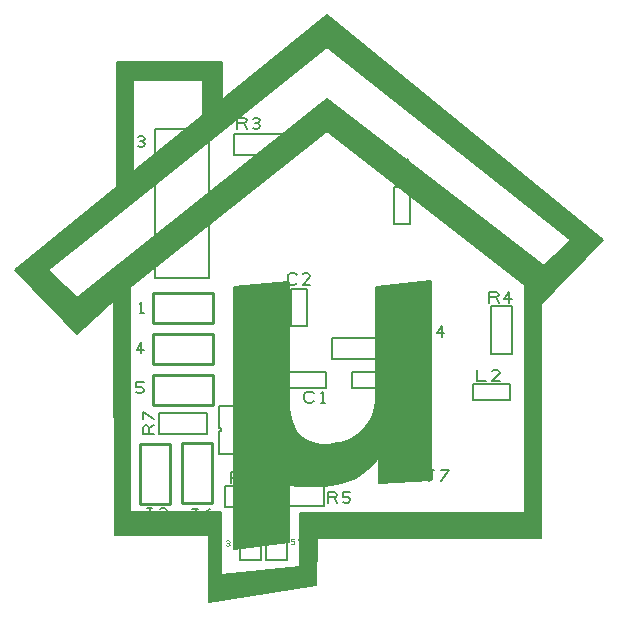
<source format=gbr>
%FSLAX23Y23*%
%MOIN*%
G04 EasyPC Gerber Version 17.0 Build 3379 *
%ADD11C,0.00100*%
%ADD10C,0.00500*%
%ADD12C,0.01000*%
X0Y0D02*
D02*
D10*
X354Y702D02*
X357Y699D01*
X363Y696*
X370Y699*
X373Y702*
Y733*
X379*
X373D02*
X360D01*
X404Y699D02*
X410Y696D01*
X420*
X426Y699*
X429Y705*
Y708*
X426Y715*
X420Y718*
X404*
Y733*
X429*
X356Y836D02*
X359Y833D01*
X365Y830*
X372Y833*
X375Y836*
Y867*
X381*
X375D02*
X362D01*
X422Y830D02*
Y867D01*
X406Y842*
X431*
X358Y1523D02*
X361Y1520D01*
X367Y1517*
X374Y1520*
X377Y1523*
Y1554*
X383*
X377D02*
X364D01*
X411Y1520D02*
X417Y1517D01*
X424*
X430Y1520*
X433Y1526*
X430Y1532*
X424Y1536*
X417*
X424D02*
X430Y1539D01*
X433Y1545*
X430Y1551*
X424Y1554*
X417*
X411Y1551*
X360Y970D02*
X363Y967D01*
X369Y964*
X376Y967*
X379Y970*
Y1001*
X385*
X379D02*
X366D01*
X416Y964D02*
X429D01*
X422D02*
Y1001D01*
X416Y995*
X433Y283D02*
X436Y280D01*
X442Y277*
X448Y280*
X452Y283*
Y314*
X458*
X452D02*
X439D01*
X508Y277D02*
X483D01*
X505Y299*
X508Y305*
X505Y311*
X498Y314*
X489*
X483Y311*
X465Y559D02*
X427D01*
Y581*
X430Y587*
X437Y590*
X443Y587*
X446Y581*
Y559*
Y581D02*
X465Y590D01*
Y609D02*
X427Y634D01*
Y609*
X584Y279D02*
X587Y276D01*
X594Y273*
X600Y276*
X603Y279*
Y310*
X609*
X603D02*
X591D01*
X634Y282D02*
X637Y288D01*
X644Y291*
X650*
X656Y288*
X659Y282*
X656Y276*
X650Y273*
X644*
X637Y276*
X634Y282*
Y291*
X637Y301*
X644Y307*
X650Y310*
X639Y631D02*
X479D01*
Y561*
X639*
Y631*
X648Y1081D02*
Y1576D01*
X468*
Y1081*
X648*
X681Y655D02*
X823D01*
Y494*
X681*
Y569*
X686*
Y579*
X681*
Y655*
X722Y397D02*
Y434D01*
X744*
X750Y431*
X753Y425*
X750Y419*
X744Y415*
X722*
X744D02*
X753Y397D01*
X797D02*
X772D01*
X794Y419*
X797Y425*
X794Y431*
X788Y434*
X778*
X772Y431*
X730Y1049D02*
X915Y1068D01*
X913Y643*
X919Y610*
X929Y583*
X940Y565*
X952Y554*
X965Y545*
X975Y538*
X1006Y527*
X1020Y525*
X1034Y525*
X1049Y525*
X1062Y526*
X1077Y529*
X1088Y531*
X1103Y536*
X1116Y541*
X1130Y549*
X1146Y559*
X1162Y574*
X1174Y589*
X1183Y604*
X1191Y617*
X1198Y634*
X1200Y650*
X1203Y667*
X1204Y691*
X1204Y1049*
X1387Y1069*
Y407*
X1215Y396*
X1214Y483*
X1200Y466*
X1181Y448*
X1165Y433*
X1148Y422*
X1129Y412*
X1107Y403*
X1086Y396*
X1072Y393*
X1054Y390*
X1030Y387*
X1011Y386*
X994Y386*
X972*
X955Y387*
X938Y388*
X924Y391*
X913Y394*
Y199*
X731Y178*
X730Y1049*
G36*
X915Y1068*
X913Y643*
X919Y610*
X929Y583*
X940Y565*
X952Y554*
X965Y545*
X975Y538*
X1006Y527*
X1020Y525*
X1034Y525*
X1049Y525*
X1062Y526*
X1077Y529*
X1088Y531*
X1103Y536*
X1116Y541*
X1130Y549*
X1146Y559*
X1162Y574*
X1174Y589*
X1183Y604*
X1191Y617*
X1198Y634*
X1200Y650*
X1203Y667*
X1204Y691*
X1204Y1049*
X1387Y1069*
Y407*
X1215Y396*
X1214Y483*
X1200Y466*
X1181Y448*
X1165Y433*
X1148Y422*
X1129Y412*
X1107Y403*
X1086Y396*
X1072Y393*
X1054Y390*
X1030Y387*
X1011Y386*
X994Y386*
X972*
X955Y387*
X938Y388*
X924Y391*
X913Y394*
Y199*
X731Y178*
X730Y1049*
G37*
X742Y1578D02*
Y1615D01*
X764*
X770Y1612*
X773Y1606*
X770Y1600*
X764Y1597*
X742*
X764D02*
X773Y1578D01*
X795Y1581D02*
X801Y1578D01*
X807*
X814Y1581*
X817Y1587*
X814Y1593*
X807Y1597*
X801*
X807D02*
X814Y1600D01*
X817Y1606*
X814Y1612*
X807Y1615*
X801*
X795Y1612*
X746Y844D02*
Y881D01*
X768*
X774Y878*
X777Y872*
X774Y865*
X768Y862*
X746*
X768D02*
X777Y844D01*
X805Y862D02*
X811D01*
X818Y865*
X821Y872*
X818Y878*
X811Y881*
X805*
X799Y878*
X796Y872*
X799Y865*
X805Y862*
X799Y859*
X796Y853*
X799Y847*
X805Y844*
X811*
X818Y847*
X821Y853*
X818Y859*
X811Y862*
X748Y835D02*
Y675D01*
X818*
Y835*
X748*
X750Y300D02*
Y140D01*
X820*
Y300*
X750*
X832Y592D02*
Y564D01*
X836Y557*
X842Y554*
X854*
X861Y557*
X864Y564*
Y592*
X907Y554D02*
X882D01*
X904Y576*
X907Y582*
X904Y589*
X898Y592*
X889*
X882Y589*
X837Y300D02*
Y140D01*
X907*
Y300*
X837*
X861Y387D02*
X701D01*
Y317*
X861*
Y387*
X889Y1562D02*
X729D01*
Y1492*
X889*
Y1562*
X940Y1064D02*
X937Y1061D01*
X931Y1058*
X922*
X915Y1061*
X912Y1064*
X909Y1071*
Y1083*
X912Y1089*
X915Y1093*
X922Y1096*
X931*
X937Y1093*
X940Y1089*
X984Y1058D02*
X959D01*
X981Y1080*
X984Y1086*
X981Y1093*
X975Y1096*
X965*
X959Y1093*
X915Y713D02*
Y766D01*
X1038*
Y713*
X915*
X922Y1045D02*
X975D01*
Y922*
X922*
Y1045*
X996Y671D02*
X992Y668D01*
X986Y664*
X977*
X971Y668*
X967Y671*
X964Y677*
Y689*
X967Y696*
X971Y699*
X977Y702*
X986*
X992Y699*
X996Y696*
X1021Y664D02*
X1033D01*
X1027D02*
Y702D01*
X1021Y696*
X1032Y389D02*
X872D01*
Y319*
X1032*
Y389*
X1039Y1852D02*
X110Y1107D01*
X206Y1013*
X1042Y1678*
X1764Y1119*
X1855Y1207*
X1040Y1852*
Y1957*
X1961Y1207*
X1755Y995*
Y213*
X952Y213*
X952Y296*
X1700*
Y1057*
X1042Y1571*
X384Y1052*
Y302*
X686*
Y89*
X952Y118*
Y210*
X1006*
X1005Y56*
X648Y2*
X648Y224*
X333*
X331Y1008*
X206Y895*
X2Y1107*
X339Y1383*
Y1802*
X692*
X692Y1676*
X628Y1631*
Y1741*
X395*
Y1434*
X692Y1674*
X1039Y1957*
X1039Y1852*
G36*
X110Y1107*
X206Y1013*
X1042Y1678*
X1764Y1119*
X1855Y1207*
X1040Y1852*
Y1957*
X1961Y1207*
X1755Y995*
Y213*
X952Y213*
X952Y296*
X1700*
Y1057*
X1042Y1571*
X384Y1052*
Y302*
X686*
Y89*
X952Y118*
Y210*
X1006*
X1005Y56*
X648Y2*
X648Y224*
X333*
X331Y1008*
X206Y895*
X2Y1107*
X339Y1383*
Y1802*
X692*
X692Y1676*
X628Y1631*
Y1741*
X395*
Y1434*
X692Y1674*
X1039Y1957*
X1039Y1852*
G37*
X1043Y330D02*
Y367D01*
X1065*
X1071Y364*
X1074Y358*
X1071Y352*
X1065Y349*
X1043*
X1065D02*
X1074Y330D01*
X1093Y333D02*
X1099Y330D01*
X1109*
X1115Y333*
X1118Y339*
Y342*
X1115Y349*
X1109Y352*
X1093*
Y367*
X1118*
X1218Y881D02*
X1058D01*
Y811*
X1218*
Y881*
X1224Y830D02*
Y867D01*
X1246*
X1252Y864*
X1255Y858*
X1252Y852*
X1246Y849*
X1224*
X1246D02*
X1255Y830D01*
X1274Y839D02*
X1277Y845D01*
X1284Y849*
X1290*
X1296Y845*
X1299Y839*
X1296Y833*
X1290Y830*
X1284*
X1277Y833*
X1274Y839*
Y849*
X1277Y858*
X1284Y864*
X1290Y867*
X1276Y1445D02*
X1273Y1441D01*
X1266Y1438*
X1257*
X1251Y1441*
X1248Y1445*
X1245Y1451*
Y1463*
X1248Y1470*
X1251Y1473*
X1257Y1476*
X1266*
X1273Y1473*
X1276Y1470*
X1295Y1448D02*
X1298Y1454D01*
X1304Y1457*
X1310*
X1316Y1454*
X1320Y1448*
X1316Y1441*
X1310Y1438*
X1304*
X1298Y1441*
X1295Y1448*
Y1457*
X1298Y1466*
X1304Y1473*
X1310Y1476*
X1246Y768D02*
Y715D01*
X1123*
Y768*
X1246*
X1258Y753D02*
Y716D01*
X1289*
X1314D02*
X1326D01*
X1320D02*
Y753D01*
X1314Y747*
X1265Y1384D02*
X1318D01*
Y1261*
X1265*
Y1384*
X1357Y922D02*
Y894D01*
X1360Y887*
X1366Y884*
X1379*
X1385Y887*
X1388Y894*
Y922*
X1423Y884D02*
Y922D01*
X1407Y897*
X1432*
X1372Y409D02*
X1375Y406D01*
X1381Y403*
X1387Y406*
X1391Y409*
Y440*
X1397*
X1391D02*
X1378D01*
X1422Y403D02*
X1447Y440D01*
X1422*
X1541Y775D02*
Y737D01*
X1572*
X1616D02*
X1591D01*
X1613Y759*
X1616Y765*
X1613Y772*
X1607Y775*
X1597*
X1591Y772*
X1582Y997D02*
Y1035D01*
X1604*
X1611Y1032*
X1614Y1025*
X1611Y1019*
X1604Y1016*
X1582*
X1604D02*
X1614Y997D01*
X1648D02*
Y1035D01*
X1632Y1010*
X1657*
X1587Y987D02*
Y827D01*
X1657*
Y987*
X1587*
X1650Y727D02*
Y674D01*
X1527*
Y727*
X1650*
D02*
D11*
X655Y189D02*
X658Y187D01*
X661*
X664Y189*
X666Y192*
X664Y195*
X661Y197*
X658*
X661D02*
X664Y198D01*
X666Y201*
X664Y205*
X661Y206*
X658*
X655Y205*
X680Y187D02*
X681Y189D01*
X680Y190*
X678Y189*
X680Y187*
X705Y189D02*
X708Y187D01*
X711*
X714Y189*
X716Y192*
X714Y195*
X711Y197*
X708*
X711D02*
X714Y198D01*
X716Y201*
X714Y205*
X711Y206*
X708*
X705Y205*
X728Y206D02*
X736Y187D01*
X744Y206*
X919Y195D02*
X922Y193D01*
X927*
X930Y195*
X932Y198*
Y199*
X930Y203*
X927Y204*
X919*
Y212*
X932*
X944D02*
X952Y193D01*
X960Y212*
D02*
D12*
X416Y526D02*
Y326D01*
X516*
Y526*
X416*
X460Y932D02*
X660D01*
Y1032*
X460*
Y932*
X558Y532D02*
Y332D01*
X658*
Y532*
X558*
X660Y756D02*
X460D01*
Y656*
X660*
Y756*
Y894D02*
X460D01*
Y794*
X660*
Y894*
X0Y0D02*
M02*

</source>
